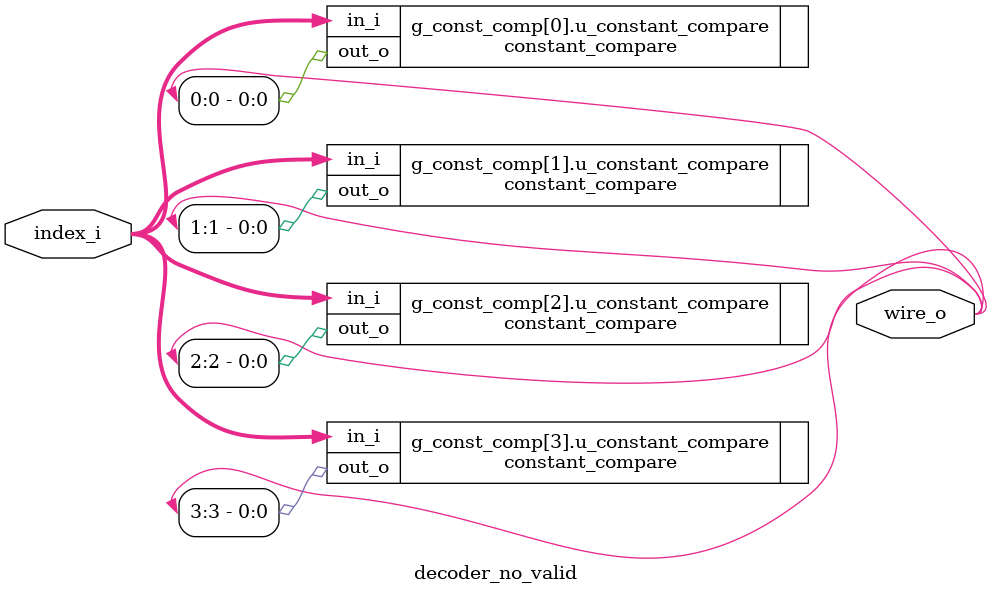
<source format=sv>
/*
Author : Foez Ahmed (https://github.com/foez-ahmed)
This file is part of squared-studio:maverickOne
Copyright (c) 2025 squared-studio
Licensed under the MIT License
See LICENSE file in the project root for full license information
*/

module decoder_no_valid #(
    parameter int NUM_WIRE = 4  // Number of output wires
) (
    input  logic [$clog2(NUM_WIRE)-1:0] index_i,  // Input index
    output logic [        NUM_WIRE-1:0] wire_o    // Output wires
);

  //////////////////////////////////////////////////////////////////////////////////////////////////
  //-RTLS
  //////////////////////////////////////////////////////////////////////////////////////////////////

  // Generate constant compare instances for each wire
  for (genvar i = 0; i < NUM_WIRE; i++) begin : g_const_comp
    constant_compare #(
        .IP_WIDTH   ($clog2(NUM_WIRE)),  // Width of the input index
        .CMP_ENABLES('1),                 // Enable comparison
        .EXP_RESULT (i),                  // Expected result for comparison
        .OP_WIDTH   (1),                  // Output width
        .MATCH_TRUE ('1),                 // Output value when match is true
        .MATCH_FALSE('0)                  // Output value when match is false
    ) u_constant_compare (
        .in_i (index_i),                  // Input index
        .out_o(wire_o[i])                // Output wire
    );
  end

  //////////////////////////////////////////////////////////////////////////////////////////////////
  //-INITIAL CHECKS
  //////////////////////////////////////////////////////////////////////////////////////////////////

`ifdef SIMULATION
  initial begin
    if (NUM_WIRE < 2) begin
      $fatal(1, "\033[1;33m%m is unnecessary\033[0m");  // Fatal error if NUM_WIRE is less than 2
    end
  end
`endif  // SIMULATION

endmodule

</source>
